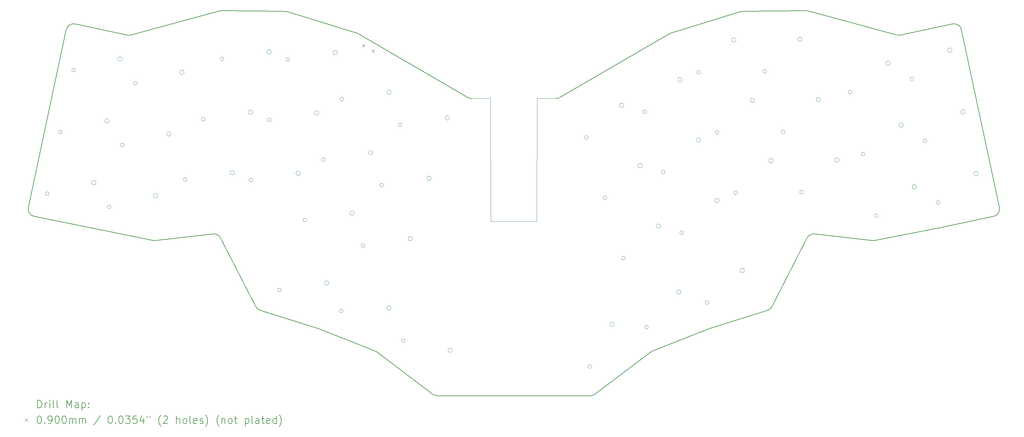
<source format=gbr>
%TF.GenerationSoftware,KiCad,Pcbnew,8.0.6*%
%TF.CreationDate,2025-07-21T23:15:57+02:00*%
%TF.ProjectId,main,6d61696e-2e6b-4696-9361-645f70636258,v1.0.0*%
%TF.SameCoordinates,Original*%
%TF.FileFunction,Drillmap*%
%TF.FilePolarity,Positive*%
%FSLAX45Y45*%
G04 Gerber Fmt 4.5, Leading zero omitted, Abs format (unit mm)*
G04 Created by KiCad (PCBNEW 8.0.6) date 2025-07-21 23:15:57*
%MOMM*%
%LPD*%
G01*
G04 APERTURE LIST*
%ADD10C,0.150000*%
%ADD11C,0.050000*%
%ADD12C,0.100000*%
%ADD13C,0.200000*%
G04 APERTURE END LIST*
D10*
X11744798Y-8059379D02*
G75*
G02*
X11801143Y-8068106I-2139J-200071D01*
G01*
X8202437Y-14228178D02*
X4998917Y-13578576D01*
X5861410Y-8549904D02*
G75*
G02*
X6098622Y-8395859I195634J-41592D01*
G01*
D11*
X17267500Y-10400000D02*
X17255001Y-10400000D01*
D10*
X20060484Y-18374656D02*
G75*
G02*
X19940121Y-18414929I-120380J159781D01*
G01*
X10029664Y-8041104D02*
X11744798Y-8059379D01*
X8265141Y-14230846D02*
G75*
G02*
X8202437Y-14228179I-22964J198583D01*
G01*
X22079789Y-8656118D02*
G75*
G02*
X22122040Y-8637643I100745J-172846D01*
G01*
X30943408Y-13342826D02*
G75*
G02*
X30789359Y-13580038I-195637J-41576D01*
G01*
X12603809Y-16590157D02*
G75*
G02*
X12616948Y-16594811I-60069J-190440D01*
G01*
X14156421Y-17201324D02*
G75*
G02*
X14203474Y-17227676I-73243J-185961D01*
G01*
X6098623Y-8395857D02*
X7518313Y-8697621D01*
X27582779Y-14228627D02*
G75*
G02*
X27521809Y-14230950I-38011J196395D01*
G01*
X29323921Y-13891527D02*
G75*
G02*
X29320351Y-13892252I-40693J191295D01*
G01*
D11*
X18510001Y-13710000D02*
X18512500Y-10405001D01*
D10*
X13664012Y-8637642D02*
G75*
G02*
X13706261Y-8656120I-58387J-191039D01*
G01*
X7612710Y-8694892D02*
X9974719Y-8048193D01*
X15845931Y-18414929D02*
G75*
G02*
X15725567Y-18374656I22J200068D01*
G01*
X30789359Y-13580038D02*
X29323921Y-13891527D01*
X14156421Y-17201324D02*
X12616948Y-16594811D01*
X7612710Y-8694892D02*
G75*
G02*
X7518313Y-8697619I-52812J192894D01*
G01*
X9808518Y-14052509D02*
X8265141Y-14230846D01*
X12603809Y-16590157D02*
X11073683Y-16107441D01*
X19128990Y-10376321D02*
G75*
G02*
X19028264Y-10403537I-100709J172721D01*
G01*
X25811332Y-8048192D02*
X28173341Y-8694891D01*
X24041252Y-8059380D02*
X25756388Y-8041105D01*
X25776561Y-14160020D02*
X24830211Y-16007874D01*
X4998917Y-13578576D02*
G75*
G02*
X4843034Y-13340984I39744J196010D01*
G01*
X28267737Y-8697621D02*
G75*
G02*
X28173342Y-8694890I-41583J195448D01*
G01*
X11073683Y-16107441D02*
G75*
G02*
X10955840Y-16007875I60168J190734D01*
G01*
X24830211Y-16007874D02*
G75*
G02*
X24712368Y-16107440I-178019J91176D01*
G01*
X21582578Y-17227677D02*
X20060484Y-18374656D01*
D11*
X16757788Y-10403536D02*
X17255001Y-10400000D01*
D10*
X4843036Y-13340985D02*
X5861410Y-8549904D01*
X24712369Y-16107442D02*
X23182242Y-16590157D01*
X16757788Y-10403536D02*
G75*
G02*
X16657061Y-10376323I-2J200018D01*
G01*
X29924641Y-8549904D02*
X30943408Y-13342826D01*
X11801143Y-8068107D02*
X13664012Y-8637642D01*
D11*
X17270000Y-13715000D02*
X17267500Y-10400000D01*
X17270000Y-13715000D02*
X18510001Y-13710000D01*
D10*
X10955840Y-16007875D02*
X10009489Y-14160020D01*
X23169103Y-16594812D02*
G75*
G02*
X23182241Y-16590157I72962J-185072D01*
G01*
X28267737Y-8697621D02*
X29687429Y-8395856D01*
D11*
X18512500Y-10405001D02*
X19028264Y-10403537D01*
D10*
X23169103Y-16594812D02*
X21629631Y-17201323D01*
X21582578Y-17227677D02*
G75*
G02*
X21629631Y-17201322I120244J-159501D01*
G01*
X22122040Y-8637643D02*
X23984907Y-8068107D01*
X13706262Y-8656119D02*
X16657062Y-10376321D01*
X29320351Y-13892252D02*
X27582779Y-14228627D01*
X27521809Y-14230950D02*
X25977534Y-14052508D01*
X15725567Y-18374656D02*
X14203473Y-17227677D01*
X9808518Y-14052509D02*
G75*
G02*
X10009486Y-14160022I22960J-198666D01*
G01*
X19128990Y-10376321D02*
X22079789Y-8656118D01*
X29687429Y-8395856D02*
G75*
G02*
X29924639Y-8549904I41579J-195632D01*
G01*
X25776561Y-14160020D02*
G75*
G02*
X25977533Y-14052511I178001J-91148D01*
G01*
X25756388Y-8041105D02*
G75*
G02*
X25811332Y-8048192I2124J-200055D01*
G01*
X9974719Y-8048193D02*
G75*
G02*
X10029664Y-8041104I52813J-192869D01*
G01*
X23984907Y-8068107D02*
G75*
G02*
X24041252Y-8059380I58460J-191185D01*
G01*
X19940121Y-18414929D02*
X15845931Y-18414929D01*
D12*
X25178581Y-11299944D02*
G75*
G02*
X25078582Y-11299944I-50000J0D01*
G01*
X25078582Y-11299944D02*
G75*
G02*
X25178581Y-11299944I50000J0D01*
G01*
X26137090Y-10434825D02*
G75*
G02*
X26017089Y-10434825I-60000J0D01*
G01*
X26017089Y-10434825D02*
G75*
G02*
X26137090Y-10434825I60000J0D01*
G01*
X11370060Y-10979672D02*
G75*
G02*
X11270061Y-10979672I-49999J0D01*
G01*
X11270061Y-10979672D02*
G75*
G02*
X11370060Y-10979672I49999J0D01*
G01*
X12650177Y-10792856D02*
G75*
G02*
X12530177Y-10792856I-60000J0D01*
G01*
X12530177Y-10792856D02*
G75*
G02*
X12650177Y-10792856I60000J0D01*
G01*
X11867092Y-9353955D02*
G75*
G02*
X11767093Y-9353955I-49999J0D01*
G01*
X11767093Y-9353955D02*
G75*
G02*
X11867092Y-9353955I49999J0D01*
G01*
X13147209Y-9167138D02*
G75*
G02*
X13027209Y-9167138I-60000J0D01*
G01*
X13027209Y-9167138D02*
G75*
G02*
X13147209Y-9167138I60000J0D01*
G01*
X12323322Y-13676205D02*
G75*
G02*
X12223323Y-13676205I-49999J0D01*
G01*
X12223323Y-13676205D02*
G75*
G02*
X12323322Y-13676205I49999J0D01*
G01*
X13603439Y-13489388D02*
G75*
G02*
X13483439Y-13489388I-60000J0D01*
G01*
X13483439Y-13489388D02*
G75*
G02*
X13603439Y-13489388I60000J0D01*
G01*
X22909645Y-9693107D02*
G75*
G02*
X22809646Y-9693107I-50000J0D01*
G01*
X22809646Y-9693107D02*
G75*
G02*
X22909645Y-9693107I50000J0D01*
G01*
X23868154Y-8827987D02*
G75*
G02*
X23748153Y-8827987I-60000J0D01*
G01*
X23748153Y-8827987D02*
G75*
G02*
X23868154Y-8827987I60000J0D01*
G01*
X7065074Y-13318979D02*
G75*
G02*
X6965073Y-13318979I-50000J0D01*
G01*
X6965073Y-13318979D02*
G75*
G02*
X7065074Y-13318979I50000J0D01*
G01*
X8324076Y-13022175D02*
G75*
G02*
X8204077Y-13022175I-60000J0D01*
G01*
X8204077Y-13022175D02*
G75*
G02*
X8324076Y-13022175I60000J0D01*
G01*
X10095189Y-9335076D02*
G75*
G02*
X9995190Y-9335076I-49999J0D01*
G01*
X9995190Y-9335076D02*
G75*
G02*
X10095189Y-9335076I49999J0D01*
G01*
X11375306Y-9148260D02*
G75*
G02*
X11255306Y-9148260I-60000J0D01*
G01*
X11255306Y-9148260D02*
G75*
G02*
X11375306Y-9148260I60000J0D01*
G01*
X22453415Y-14015358D02*
G75*
G02*
X22353416Y-14015358I-50000J0D01*
G01*
X22353416Y-14015358D02*
G75*
G02*
X22453415Y-14015358I50000J0D01*
G01*
X23411924Y-13150239D02*
G75*
G02*
X23291923Y-13150239I-60000J0D01*
G01*
X23291923Y-13150239D02*
G75*
G02*
X23411924Y-13150239I60000J0D01*
G01*
X21507780Y-16558283D02*
G75*
G02*
X21407779Y-16558283I-50001J0D01*
G01*
X21407779Y-16558283D02*
G75*
G02*
X21507780Y-16558283I50001J0D01*
G01*
X22387279Y-15613789D02*
G75*
G02*
X22267281Y-15613789I-59999J0D01*
G01*
X22267281Y-15613789D02*
G75*
G02*
X22387279Y-15613789I59999J0D01*
G01*
X14884631Y-11113063D02*
G75*
G02*
X14784632Y-11113063I-49999J0D01*
G01*
X14784632Y-11113063D02*
G75*
G02*
X14884631Y-11113063I49999J0D01*
G01*
X16164748Y-10926246D02*
G75*
G02*
X16044748Y-10926246I-60000J0D01*
G01*
X16044748Y-10926246D02*
G75*
G02*
X16164748Y-10926246I60000J0D01*
G01*
X7418526Y-11656129D02*
G75*
G02*
X7318525Y-11656129I-50000J0D01*
G01*
X7318525Y-11656129D02*
G75*
G02*
X7418526Y-11656129I50000J0D01*
G01*
X8677528Y-11359325D02*
G75*
G02*
X8557529Y-11359325I-60000J0D01*
G01*
X8557529Y-11359325D02*
G75*
G02*
X8677528Y-11359325I60000J0D01*
G01*
X21956383Y-12389640D02*
G75*
G02*
X21856384Y-12389640I-50000J0D01*
G01*
X21856384Y-12389640D02*
G75*
G02*
X21956383Y-12389640I50000J0D01*
G01*
X22914892Y-11524521D02*
G75*
G02*
X22794891Y-11524521I-60000J0D01*
G01*
X22794891Y-11524521D02*
G75*
G02*
X22914892Y-11524521I60000J0D01*
G01*
X14973392Y-16924981D02*
G75*
G02*
X14873393Y-16924981I-49999J0D01*
G01*
X14873393Y-16924981D02*
G75*
G02*
X14973392Y-16924981I49999J0D01*
G01*
X16240808Y-17183836D02*
G75*
G02*
X16120806Y-17183836I-60001J0D01*
G01*
X16120806Y-17183836D02*
G75*
G02*
X16240808Y-17183836I60001J0D01*
G01*
X5755672Y-11302678D02*
G75*
G02*
X5655671Y-11302678I-50000J0D01*
G01*
X5655671Y-11302678D02*
G75*
G02*
X5755672Y-11302678I50000J0D01*
G01*
X7014674Y-11005874D02*
G75*
G02*
X6894675Y-11005874I-60000J0D01*
G01*
X6894675Y-11005874D02*
G75*
G02*
X7014674Y-11005874I60000J0D01*
G01*
X9598156Y-10960793D02*
G75*
G02*
X9498158Y-10960793I-49999J0D01*
G01*
X9498158Y-10960793D02*
G75*
G02*
X9598156Y-10960793I49999J0D01*
G01*
X10878274Y-10773977D02*
G75*
G02*
X10758274Y-10773977I-60000J0D01*
G01*
X10758274Y-10773977D02*
G75*
G02*
X10878274Y-10773977I60000J0D01*
G01*
X19892108Y-11452214D02*
G75*
G02*
X19792109Y-11452214I-50000J0D01*
G01*
X19792109Y-11452214D02*
G75*
G02*
X19892108Y-11452214I50000J0D01*
G01*
X20850617Y-10587095D02*
G75*
G02*
X20730616Y-10587095I-60000J0D01*
G01*
X20730616Y-10587095D02*
G75*
G02*
X20850617Y-10587095I60000J0D01*
G01*
X23903710Y-12944542D02*
G75*
G02*
X23803710Y-12944542I-50000J0D01*
G01*
X23803710Y-12944542D02*
G75*
G02*
X23903710Y-12944542I50000J0D01*
G01*
X24862219Y-12079423D02*
G75*
G02*
X24742218Y-12079423I-60000J0D01*
G01*
X24742218Y-12079423D02*
G75*
G02*
X24862219Y-12079423I60000J0D01*
G01*
X20886171Y-14703652D02*
G75*
G02*
X20786171Y-14703652I-50000J0D01*
G01*
X20786171Y-14703652D02*
G75*
G02*
X20886171Y-14703652I50000J0D01*
G01*
X21844680Y-13838532D02*
G75*
G02*
X21724679Y-13838532I-60000J0D01*
G01*
X21724679Y-13838532D02*
G75*
G02*
X21844680Y-13838532I60000J0D01*
G01*
X23406678Y-11318824D02*
G75*
G02*
X23306678Y-11318824I-50000J0D01*
G01*
X23306678Y-11318824D02*
G75*
G02*
X23406678Y-11318824I50000J0D01*
G01*
X24365187Y-10453705D02*
G75*
G02*
X24245186Y-10453705I-60000J0D01*
G01*
X24245186Y-10453705D02*
G75*
G02*
X24365187Y-10453705I60000J0D01*
G01*
X28642276Y-9881006D02*
G75*
G02*
X28542277Y-9881006I-50000J0D01*
G01*
X28542277Y-9881006D02*
G75*
G02*
X28642276Y-9881006I50000J0D01*
G01*
X29672577Y-9101847D02*
G75*
G02*
X29552577Y-9101847I-60000J0D01*
G01*
X29552577Y-9101847D02*
G75*
G02*
X29672577Y-9101847I60000J0D01*
G01*
X27686324Y-13560156D02*
G75*
G02*
X27586325Y-13560156I-50000J0D01*
G01*
X27586325Y-13560156D02*
G75*
G02*
X27686324Y-13560156I50000J0D01*
G01*
X28716624Y-12780997D02*
G75*
G02*
X28596624Y-12780997I-60000J0D01*
G01*
X28596624Y-12780997D02*
G75*
G02*
X28716624Y-12780997I60000J0D01*
G01*
X11642949Y-15559577D02*
G75*
G02*
X11542950Y-15559577I-49999J0D01*
G01*
X11542950Y-15559577D02*
G75*
G02*
X11642949Y-15559577I49999J0D01*
G01*
X12923067Y-15372761D02*
G75*
G02*
X12803067Y-15372761I-60000J0D01*
G01*
X12803067Y-15372761D02*
G75*
G02*
X12923067Y-15372761I60000J0D01*
G01*
X21459351Y-10763922D02*
G75*
G02*
X21359352Y-10763922I-50000J0D01*
G01*
X21359352Y-10763922D02*
G75*
G02*
X21459351Y-10763922I50000J0D01*
G01*
X22417860Y-9898802D02*
G75*
G02*
X22297859Y-9898802I-60000J0D01*
G01*
X22297859Y-9898802D02*
G75*
G02*
X22417860Y-9898802I60000J0D01*
G01*
X28995725Y-11543856D02*
G75*
G02*
X28895726Y-11543856I-50000J0D01*
G01*
X28895726Y-11543856D02*
G75*
G02*
X28995725Y-11543856I50000J0D01*
G01*
X30026025Y-10764697D02*
G75*
G02*
X29906025Y-10764697I-60000J0D01*
G01*
X29906025Y-10764697D02*
G75*
G02*
X30026025Y-10764697I60000J0D01*
G01*
X13890566Y-14364499D02*
G75*
G02*
X13790568Y-14364499I-49999J0D01*
G01*
X13790568Y-14364499D02*
G75*
G02*
X13890566Y-14364499I49999J0D01*
G01*
X15170684Y-14177683D02*
G75*
G02*
X15050684Y-14177683I-60000J0D01*
G01*
X15050684Y-14177683D02*
G75*
G02*
X15170684Y-14177683I60000J0D01*
G01*
X12820355Y-12050489D02*
G75*
G02*
X12720357Y-12050489I-49999J0D01*
G01*
X12720357Y-12050489D02*
G75*
G02*
X12820355Y-12050489I49999J0D01*
G01*
X14100473Y-11863673D02*
G75*
G02*
X13980473Y-11863673I-60000J0D01*
G01*
X13980473Y-11863673D02*
G75*
G02*
X14100473Y-11863673I60000J0D01*
G01*
X9101124Y-12586513D02*
G75*
G02*
X9001125Y-12586513I-49999J0D01*
G01*
X9001125Y-12586513D02*
G75*
G02*
X9101124Y-12586513I49999J0D01*
G01*
X10381242Y-12399697D02*
G75*
G02*
X10261242Y-12399697I-60000J0D01*
G01*
X10261242Y-12399697D02*
G75*
G02*
X10381242Y-12399697I60000J0D01*
G01*
X23133788Y-15898729D02*
G75*
G02*
X23033789Y-15898729I-50000J0D01*
G01*
X23033789Y-15898729D02*
G75*
G02*
X23133788Y-15898729I50000J0D01*
G01*
X24092297Y-15033609D02*
G75*
G02*
X23972296Y-15033609I-60000J0D01*
G01*
X23972296Y-15033609D02*
G75*
G02*
X24092297Y-15033609I60000J0D01*
G01*
X27332875Y-11897306D02*
G75*
G02*
X27232876Y-11897306I-50000J0D01*
G01*
X27232876Y-11897306D02*
G75*
G02*
X27332875Y-11897306I50000J0D01*
G01*
X28363176Y-11118148D02*
G75*
G02*
X28243176Y-11118148I-60000J0D01*
G01*
X28243176Y-11118148D02*
G75*
G02*
X28363176Y-11118148I60000J0D01*
G01*
X6109123Y-9639828D02*
G75*
G02*
X6009122Y-9639828I-50000J0D01*
G01*
X6009122Y-9639828D02*
G75*
G02*
X6109123Y-9639828I50000J0D01*
G01*
X7368125Y-9343024D02*
G75*
G02*
X7248126Y-9343024I-60000J0D01*
G01*
X7248126Y-9343024D02*
G75*
G02*
X7368125Y-9343024I60000J0D01*
G01*
X7771975Y-9993277D02*
G75*
G02*
X7671974Y-9993277I-50000J0D01*
G01*
X7671974Y-9993277D02*
G75*
G02*
X7771975Y-9993277I50000J0D01*
G01*
X9030977Y-9696473D02*
G75*
G02*
X8910977Y-9696473I-60000J0D01*
G01*
X8910977Y-9696473D02*
G75*
G02*
X9030977Y-9696473I60000J0D01*
G01*
X13302738Y-16123740D02*
G75*
G02*
X13202738Y-16123740I-50000J0D01*
G01*
X13202738Y-16123740D02*
G75*
G02*
X13302738Y-16123740I50000J0D01*
G01*
X14594305Y-16048333D02*
G75*
G02*
X14474305Y-16048333I-60000J0D01*
G01*
X14474305Y-16048333D02*
G75*
G02*
X14594305Y-16048333I60000J0D01*
G01*
X20389139Y-13077932D02*
G75*
G02*
X20289139Y-13077932I-50000J0D01*
G01*
X20289139Y-13077932D02*
G75*
G02*
X20389139Y-13077932I50000J0D01*
G01*
X21347648Y-12212812D02*
G75*
G02*
X21227647Y-12212812I-60000J0D01*
G01*
X21227647Y-12212812D02*
G75*
G02*
X21347648Y-12212812I60000J0D01*
G01*
X25675612Y-12925665D02*
G75*
G02*
X25575613Y-12925665I-50000J0D01*
G01*
X25575613Y-12925665D02*
G75*
G02*
X25675612Y-12925665I50000J0D01*
G01*
X26634121Y-12060545D02*
G75*
G02*
X26514120Y-12060545I-60000J0D01*
G01*
X26514120Y-12060545D02*
G75*
G02*
X26634121Y-12060545I60000J0D01*
G01*
X14387599Y-12738781D02*
G75*
G02*
X14287600Y-12738781I-49999J0D01*
G01*
X14287600Y-12738781D02*
G75*
G02*
X14387599Y-12738781I49999J0D01*
G01*
X15667716Y-12551965D02*
G75*
G02*
X15547716Y-12551965I-60000J0D01*
G01*
X15547716Y-12551965D02*
G75*
G02*
X15667716Y-12551965I60000J0D01*
G01*
X29349175Y-13206706D02*
G75*
G02*
X29249176Y-13206706I-50000J0D01*
G01*
X29249176Y-13206706D02*
G75*
G02*
X29349175Y-13206706I50000J0D01*
G01*
X30379476Y-12427547D02*
G75*
G02*
X30259476Y-12427547I-60000J0D01*
G01*
X30259476Y-12427547D02*
G75*
G02*
X30379476Y-12427547I60000J0D01*
G01*
X13317388Y-10424771D02*
G75*
G02*
X13217389Y-10424771I-49999J0D01*
G01*
X13217389Y-10424771D02*
G75*
G02*
X13317388Y-10424771I49999J0D01*
G01*
X14597505Y-10237955D02*
G75*
G02*
X14477505Y-10237955I-60000J0D01*
G01*
X14477505Y-10237955D02*
G75*
G02*
X14597505Y-10237955I60000J0D01*
G01*
X24681549Y-9674227D02*
G75*
G02*
X24581550Y-9674227I-50000J0D01*
G01*
X24581550Y-9674227D02*
G75*
G02*
X24681549Y-9674227I50000J0D01*
G01*
X25640058Y-8809108D02*
G75*
G02*
X25520057Y-8809108I-60000J0D01*
G01*
X25520057Y-8809108D02*
G75*
G02*
X25640058Y-8809108I60000J0D01*
G01*
X10873027Y-12605392D02*
G75*
G02*
X10773029Y-12605392I-49999J0D01*
G01*
X10773029Y-12605392D02*
G75*
G02*
X10873027Y-12605392I49999J0D01*
G01*
X12153145Y-12418576D02*
G75*
G02*
X12033145Y-12418576I-60000J0D01*
G01*
X12033145Y-12418576D02*
G75*
G02*
X12153145Y-12418576I60000J0D01*
G01*
X19986241Y-17623086D02*
G75*
G02*
X19886242Y-17623086I-50000J0D01*
G01*
X19886242Y-17623086D02*
G75*
G02*
X19986241Y-17623086I50000J0D01*
G01*
X20591661Y-16485732D02*
G75*
G02*
X20471659Y-16485732I-60001J0D01*
G01*
X20471659Y-16485732D02*
G75*
G02*
X20591661Y-16485732I60001J0D01*
G01*
X26979426Y-10234455D02*
G75*
G02*
X26879427Y-10234455I-50000J0D01*
G01*
X26879427Y-10234455D02*
G75*
G02*
X26979426Y-10234455I50000J0D01*
G01*
X28009726Y-9455296D02*
G75*
G02*
X27889726Y-9455296I-60000J0D01*
G01*
X27889726Y-9455296D02*
G75*
G02*
X28009726Y-9455296I60000J0D01*
G01*
X5402224Y-12965529D02*
G75*
G02*
X5302223Y-12965529I-50000J0D01*
G01*
X5302223Y-12965529D02*
G75*
G02*
X5402224Y-12965529I50000J0D01*
G01*
X6661226Y-12668725D02*
G75*
G02*
X6541226Y-12668725I-60000J0D01*
G01*
X6541226Y-12668725D02*
G75*
G02*
X6661226Y-12668725I60000J0D01*
G01*
D13*
D12*
X13807693Y-8932500D02*
X13897693Y-9022500D01*
X13897693Y-8932500D02*
X13807693Y-9022500D01*
X14067499Y-9082499D02*
X14157499Y-9172499D01*
X14157499Y-9082499D02*
X14067499Y-9172499D01*
D13*
X5091940Y-18733913D02*
X5091940Y-18533913D01*
X5091940Y-18533913D02*
X5139559Y-18533913D01*
X5139559Y-18533913D02*
X5168130Y-18543437D01*
X5168130Y-18543437D02*
X5187178Y-18562485D01*
X5187178Y-18562485D02*
X5196702Y-18581532D01*
X5196702Y-18581532D02*
X5206226Y-18619627D01*
X5206226Y-18619627D02*
X5206226Y-18648199D01*
X5206226Y-18648199D02*
X5196702Y-18686294D01*
X5196702Y-18686294D02*
X5187178Y-18705342D01*
X5187178Y-18705342D02*
X5168130Y-18724389D01*
X5168130Y-18724389D02*
X5139559Y-18733913D01*
X5139559Y-18733913D02*
X5091940Y-18733913D01*
X5291940Y-18733913D02*
X5291940Y-18600580D01*
X5291940Y-18638675D02*
X5301464Y-18619627D01*
X5301464Y-18619627D02*
X5310987Y-18610104D01*
X5310987Y-18610104D02*
X5330035Y-18600580D01*
X5330035Y-18600580D02*
X5349083Y-18600580D01*
X5415749Y-18733913D02*
X5415749Y-18600580D01*
X5415749Y-18533913D02*
X5406226Y-18543437D01*
X5406226Y-18543437D02*
X5415749Y-18552961D01*
X5415749Y-18552961D02*
X5425273Y-18543437D01*
X5425273Y-18543437D02*
X5415749Y-18533913D01*
X5415749Y-18533913D02*
X5415749Y-18552961D01*
X5539559Y-18733913D02*
X5520511Y-18724389D01*
X5520511Y-18724389D02*
X5510987Y-18705342D01*
X5510987Y-18705342D02*
X5510987Y-18533913D01*
X5644321Y-18733913D02*
X5625273Y-18724389D01*
X5625273Y-18724389D02*
X5615749Y-18705342D01*
X5615749Y-18705342D02*
X5615749Y-18533913D01*
X5872892Y-18733913D02*
X5872892Y-18533913D01*
X5872892Y-18533913D02*
X5939559Y-18676770D01*
X5939559Y-18676770D02*
X6006225Y-18533913D01*
X6006225Y-18533913D02*
X6006225Y-18733913D01*
X6187178Y-18733913D02*
X6187178Y-18629151D01*
X6187178Y-18629151D02*
X6177654Y-18610104D01*
X6177654Y-18610104D02*
X6158606Y-18600580D01*
X6158606Y-18600580D02*
X6120511Y-18600580D01*
X6120511Y-18600580D02*
X6101464Y-18610104D01*
X6187178Y-18724389D02*
X6168130Y-18733913D01*
X6168130Y-18733913D02*
X6120511Y-18733913D01*
X6120511Y-18733913D02*
X6101464Y-18724389D01*
X6101464Y-18724389D02*
X6091940Y-18705342D01*
X6091940Y-18705342D02*
X6091940Y-18686294D01*
X6091940Y-18686294D02*
X6101464Y-18667247D01*
X6101464Y-18667247D02*
X6120511Y-18657723D01*
X6120511Y-18657723D02*
X6168130Y-18657723D01*
X6168130Y-18657723D02*
X6187178Y-18648199D01*
X6282416Y-18600580D02*
X6282416Y-18800580D01*
X6282416Y-18610104D02*
X6301464Y-18600580D01*
X6301464Y-18600580D02*
X6339559Y-18600580D01*
X6339559Y-18600580D02*
X6358606Y-18610104D01*
X6358606Y-18610104D02*
X6368130Y-18619627D01*
X6368130Y-18619627D02*
X6377654Y-18638675D01*
X6377654Y-18638675D02*
X6377654Y-18695818D01*
X6377654Y-18695818D02*
X6368130Y-18714866D01*
X6368130Y-18714866D02*
X6358606Y-18724389D01*
X6358606Y-18724389D02*
X6339559Y-18733913D01*
X6339559Y-18733913D02*
X6301464Y-18733913D01*
X6301464Y-18733913D02*
X6282416Y-18724389D01*
X6463368Y-18714866D02*
X6472892Y-18724389D01*
X6472892Y-18724389D02*
X6463368Y-18733913D01*
X6463368Y-18733913D02*
X6453845Y-18724389D01*
X6453845Y-18724389D02*
X6463368Y-18714866D01*
X6463368Y-18714866D02*
X6463368Y-18733913D01*
X6463368Y-18610104D02*
X6472892Y-18619627D01*
X6472892Y-18619627D02*
X6463368Y-18629151D01*
X6463368Y-18629151D02*
X6453845Y-18619627D01*
X6453845Y-18619627D02*
X6463368Y-18610104D01*
X6463368Y-18610104D02*
X6463368Y-18629151D01*
D12*
X4741163Y-19017429D02*
X4831163Y-19107429D01*
X4831163Y-19017429D02*
X4741163Y-19107429D01*
D13*
X5130035Y-18953913D02*
X5149083Y-18953913D01*
X5149083Y-18953913D02*
X5168130Y-18963437D01*
X5168130Y-18963437D02*
X5177654Y-18972961D01*
X5177654Y-18972961D02*
X5187178Y-18992008D01*
X5187178Y-18992008D02*
X5196702Y-19030104D01*
X5196702Y-19030104D02*
X5196702Y-19077723D01*
X5196702Y-19077723D02*
X5187178Y-19115818D01*
X5187178Y-19115818D02*
X5177654Y-19134866D01*
X5177654Y-19134866D02*
X5168130Y-19144389D01*
X5168130Y-19144389D02*
X5149083Y-19153913D01*
X5149083Y-19153913D02*
X5130035Y-19153913D01*
X5130035Y-19153913D02*
X5110987Y-19144389D01*
X5110987Y-19144389D02*
X5101464Y-19134866D01*
X5101464Y-19134866D02*
X5091940Y-19115818D01*
X5091940Y-19115818D02*
X5082416Y-19077723D01*
X5082416Y-19077723D02*
X5082416Y-19030104D01*
X5082416Y-19030104D02*
X5091940Y-18992008D01*
X5091940Y-18992008D02*
X5101464Y-18972961D01*
X5101464Y-18972961D02*
X5110987Y-18963437D01*
X5110987Y-18963437D02*
X5130035Y-18953913D01*
X5282416Y-19134866D02*
X5291940Y-19144389D01*
X5291940Y-19144389D02*
X5282416Y-19153913D01*
X5282416Y-19153913D02*
X5272892Y-19144389D01*
X5272892Y-19144389D02*
X5282416Y-19134866D01*
X5282416Y-19134866D02*
X5282416Y-19153913D01*
X5387178Y-19153913D02*
X5425273Y-19153913D01*
X5425273Y-19153913D02*
X5444321Y-19144389D01*
X5444321Y-19144389D02*
X5453845Y-19134866D01*
X5453845Y-19134866D02*
X5472892Y-19106294D01*
X5472892Y-19106294D02*
X5482416Y-19068199D01*
X5482416Y-19068199D02*
X5482416Y-18992008D01*
X5482416Y-18992008D02*
X5472892Y-18972961D01*
X5472892Y-18972961D02*
X5463368Y-18963437D01*
X5463368Y-18963437D02*
X5444321Y-18953913D01*
X5444321Y-18953913D02*
X5406226Y-18953913D01*
X5406226Y-18953913D02*
X5387178Y-18963437D01*
X5387178Y-18963437D02*
X5377654Y-18972961D01*
X5377654Y-18972961D02*
X5368130Y-18992008D01*
X5368130Y-18992008D02*
X5368130Y-19039627D01*
X5368130Y-19039627D02*
X5377654Y-19058675D01*
X5377654Y-19058675D02*
X5387178Y-19068199D01*
X5387178Y-19068199D02*
X5406226Y-19077723D01*
X5406226Y-19077723D02*
X5444321Y-19077723D01*
X5444321Y-19077723D02*
X5463368Y-19068199D01*
X5463368Y-19068199D02*
X5472892Y-19058675D01*
X5472892Y-19058675D02*
X5482416Y-19039627D01*
X5606225Y-18953913D02*
X5625273Y-18953913D01*
X5625273Y-18953913D02*
X5644321Y-18963437D01*
X5644321Y-18963437D02*
X5653845Y-18972961D01*
X5653845Y-18972961D02*
X5663368Y-18992008D01*
X5663368Y-18992008D02*
X5672892Y-19030104D01*
X5672892Y-19030104D02*
X5672892Y-19077723D01*
X5672892Y-19077723D02*
X5663368Y-19115818D01*
X5663368Y-19115818D02*
X5653845Y-19134866D01*
X5653845Y-19134866D02*
X5644321Y-19144389D01*
X5644321Y-19144389D02*
X5625273Y-19153913D01*
X5625273Y-19153913D02*
X5606225Y-19153913D01*
X5606225Y-19153913D02*
X5587178Y-19144389D01*
X5587178Y-19144389D02*
X5577654Y-19134866D01*
X5577654Y-19134866D02*
X5568130Y-19115818D01*
X5568130Y-19115818D02*
X5558607Y-19077723D01*
X5558607Y-19077723D02*
X5558607Y-19030104D01*
X5558607Y-19030104D02*
X5568130Y-18992008D01*
X5568130Y-18992008D02*
X5577654Y-18972961D01*
X5577654Y-18972961D02*
X5587178Y-18963437D01*
X5587178Y-18963437D02*
X5606225Y-18953913D01*
X5796702Y-18953913D02*
X5815749Y-18953913D01*
X5815749Y-18953913D02*
X5834797Y-18963437D01*
X5834797Y-18963437D02*
X5844321Y-18972961D01*
X5844321Y-18972961D02*
X5853845Y-18992008D01*
X5853845Y-18992008D02*
X5863368Y-19030104D01*
X5863368Y-19030104D02*
X5863368Y-19077723D01*
X5863368Y-19077723D02*
X5853845Y-19115818D01*
X5853845Y-19115818D02*
X5844321Y-19134866D01*
X5844321Y-19134866D02*
X5834797Y-19144389D01*
X5834797Y-19144389D02*
X5815749Y-19153913D01*
X5815749Y-19153913D02*
X5796702Y-19153913D01*
X5796702Y-19153913D02*
X5777654Y-19144389D01*
X5777654Y-19144389D02*
X5768130Y-19134866D01*
X5768130Y-19134866D02*
X5758606Y-19115818D01*
X5758606Y-19115818D02*
X5749083Y-19077723D01*
X5749083Y-19077723D02*
X5749083Y-19030104D01*
X5749083Y-19030104D02*
X5758606Y-18992008D01*
X5758606Y-18992008D02*
X5768130Y-18972961D01*
X5768130Y-18972961D02*
X5777654Y-18963437D01*
X5777654Y-18963437D02*
X5796702Y-18953913D01*
X5949083Y-19153913D02*
X5949083Y-19020580D01*
X5949083Y-19039627D02*
X5958606Y-19030104D01*
X5958606Y-19030104D02*
X5977654Y-19020580D01*
X5977654Y-19020580D02*
X6006226Y-19020580D01*
X6006226Y-19020580D02*
X6025273Y-19030104D01*
X6025273Y-19030104D02*
X6034797Y-19049151D01*
X6034797Y-19049151D02*
X6034797Y-19153913D01*
X6034797Y-19049151D02*
X6044321Y-19030104D01*
X6044321Y-19030104D02*
X6063368Y-19020580D01*
X6063368Y-19020580D02*
X6091940Y-19020580D01*
X6091940Y-19020580D02*
X6110987Y-19030104D01*
X6110987Y-19030104D02*
X6120511Y-19049151D01*
X6120511Y-19049151D02*
X6120511Y-19153913D01*
X6215749Y-19153913D02*
X6215749Y-19020580D01*
X6215749Y-19039627D02*
X6225273Y-19030104D01*
X6225273Y-19030104D02*
X6244321Y-19020580D01*
X6244321Y-19020580D02*
X6272892Y-19020580D01*
X6272892Y-19020580D02*
X6291940Y-19030104D01*
X6291940Y-19030104D02*
X6301464Y-19049151D01*
X6301464Y-19049151D02*
X6301464Y-19153913D01*
X6301464Y-19049151D02*
X6310987Y-19030104D01*
X6310987Y-19030104D02*
X6330035Y-19020580D01*
X6330035Y-19020580D02*
X6358606Y-19020580D01*
X6358606Y-19020580D02*
X6377654Y-19030104D01*
X6377654Y-19030104D02*
X6387178Y-19049151D01*
X6387178Y-19049151D02*
X6387178Y-19153913D01*
X6777654Y-18944389D02*
X6606226Y-19201532D01*
X7034797Y-18953913D02*
X7053845Y-18953913D01*
X7053845Y-18953913D02*
X7072892Y-18963437D01*
X7072892Y-18963437D02*
X7082416Y-18972961D01*
X7082416Y-18972961D02*
X7091940Y-18992008D01*
X7091940Y-18992008D02*
X7101464Y-19030104D01*
X7101464Y-19030104D02*
X7101464Y-19077723D01*
X7101464Y-19077723D02*
X7091940Y-19115818D01*
X7091940Y-19115818D02*
X7082416Y-19134866D01*
X7082416Y-19134866D02*
X7072892Y-19144389D01*
X7072892Y-19144389D02*
X7053845Y-19153913D01*
X7053845Y-19153913D02*
X7034797Y-19153913D01*
X7034797Y-19153913D02*
X7015749Y-19144389D01*
X7015749Y-19144389D02*
X7006226Y-19134866D01*
X7006226Y-19134866D02*
X6996702Y-19115818D01*
X6996702Y-19115818D02*
X6987178Y-19077723D01*
X6987178Y-19077723D02*
X6987178Y-19030104D01*
X6987178Y-19030104D02*
X6996702Y-18992008D01*
X6996702Y-18992008D02*
X7006226Y-18972961D01*
X7006226Y-18972961D02*
X7015749Y-18963437D01*
X7015749Y-18963437D02*
X7034797Y-18953913D01*
X7187178Y-19134866D02*
X7196702Y-19144389D01*
X7196702Y-19144389D02*
X7187178Y-19153913D01*
X7187178Y-19153913D02*
X7177654Y-19144389D01*
X7177654Y-19144389D02*
X7187178Y-19134866D01*
X7187178Y-19134866D02*
X7187178Y-19153913D01*
X7320511Y-18953913D02*
X7339559Y-18953913D01*
X7339559Y-18953913D02*
X7358607Y-18963437D01*
X7358607Y-18963437D02*
X7368130Y-18972961D01*
X7368130Y-18972961D02*
X7377654Y-18992008D01*
X7377654Y-18992008D02*
X7387178Y-19030104D01*
X7387178Y-19030104D02*
X7387178Y-19077723D01*
X7387178Y-19077723D02*
X7377654Y-19115818D01*
X7377654Y-19115818D02*
X7368130Y-19134866D01*
X7368130Y-19134866D02*
X7358607Y-19144389D01*
X7358607Y-19144389D02*
X7339559Y-19153913D01*
X7339559Y-19153913D02*
X7320511Y-19153913D01*
X7320511Y-19153913D02*
X7301464Y-19144389D01*
X7301464Y-19144389D02*
X7291940Y-19134866D01*
X7291940Y-19134866D02*
X7282416Y-19115818D01*
X7282416Y-19115818D02*
X7272892Y-19077723D01*
X7272892Y-19077723D02*
X7272892Y-19030104D01*
X7272892Y-19030104D02*
X7282416Y-18992008D01*
X7282416Y-18992008D02*
X7291940Y-18972961D01*
X7291940Y-18972961D02*
X7301464Y-18963437D01*
X7301464Y-18963437D02*
X7320511Y-18953913D01*
X7453845Y-18953913D02*
X7577654Y-18953913D01*
X7577654Y-18953913D02*
X7510988Y-19030104D01*
X7510988Y-19030104D02*
X7539559Y-19030104D01*
X7539559Y-19030104D02*
X7558607Y-19039627D01*
X7558607Y-19039627D02*
X7568130Y-19049151D01*
X7568130Y-19049151D02*
X7577654Y-19068199D01*
X7577654Y-19068199D02*
X7577654Y-19115818D01*
X7577654Y-19115818D02*
X7568130Y-19134866D01*
X7568130Y-19134866D02*
X7558607Y-19144389D01*
X7558607Y-19144389D02*
X7539559Y-19153913D01*
X7539559Y-19153913D02*
X7482416Y-19153913D01*
X7482416Y-19153913D02*
X7463369Y-19144389D01*
X7463369Y-19144389D02*
X7453845Y-19134866D01*
X7758607Y-18953913D02*
X7663369Y-18953913D01*
X7663369Y-18953913D02*
X7653845Y-19049151D01*
X7653845Y-19049151D02*
X7663369Y-19039627D01*
X7663369Y-19039627D02*
X7682416Y-19030104D01*
X7682416Y-19030104D02*
X7730035Y-19030104D01*
X7730035Y-19030104D02*
X7749083Y-19039627D01*
X7749083Y-19039627D02*
X7758607Y-19049151D01*
X7758607Y-19049151D02*
X7768130Y-19068199D01*
X7768130Y-19068199D02*
X7768130Y-19115818D01*
X7768130Y-19115818D02*
X7758607Y-19134866D01*
X7758607Y-19134866D02*
X7749083Y-19144389D01*
X7749083Y-19144389D02*
X7730035Y-19153913D01*
X7730035Y-19153913D02*
X7682416Y-19153913D01*
X7682416Y-19153913D02*
X7663369Y-19144389D01*
X7663369Y-19144389D02*
X7653845Y-19134866D01*
X7939559Y-19020580D02*
X7939559Y-19153913D01*
X7891940Y-18944389D02*
X7844321Y-19087247D01*
X7844321Y-19087247D02*
X7968130Y-19087247D01*
X8034797Y-18953913D02*
X8034797Y-18992008D01*
X8110988Y-18953913D02*
X8110988Y-18992008D01*
X8406226Y-19230104D02*
X8396702Y-19220580D01*
X8396702Y-19220580D02*
X8377654Y-19192008D01*
X8377654Y-19192008D02*
X8368131Y-19172961D01*
X8368131Y-19172961D02*
X8358607Y-19144389D01*
X8358607Y-19144389D02*
X8349083Y-19096770D01*
X8349083Y-19096770D02*
X8349083Y-19058675D01*
X8349083Y-19058675D02*
X8358607Y-19011056D01*
X8358607Y-19011056D02*
X8368131Y-18982485D01*
X8368131Y-18982485D02*
X8377654Y-18963437D01*
X8377654Y-18963437D02*
X8396702Y-18934866D01*
X8396702Y-18934866D02*
X8406226Y-18925342D01*
X8472893Y-18972961D02*
X8482416Y-18963437D01*
X8482416Y-18963437D02*
X8501464Y-18953913D01*
X8501464Y-18953913D02*
X8549083Y-18953913D01*
X8549083Y-18953913D02*
X8568131Y-18963437D01*
X8568131Y-18963437D02*
X8577654Y-18972961D01*
X8577654Y-18972961D02*
X8587178Y-18992008D01*
X8587178Y-18992008D02*
X8587178Y-19011056D01*
X8587178Y-19011056D02*
X8577654Y-19039627D01*
X8577654Y-19039627D02*
X8463369Y-19153913D01*
X8463369Y-19153913D02*
X8587178Y-19153913D01*
X8825274Y-19153913D02*
X8825274Y-18953913D01*
X8910988Y-19153913D02*
X8910988Y-19049151D01*
X8910988Y-19049151D02*
X8901464Y-19030104D01*
X8901464Y-19030104D02*
X8882416Y-19020580D01*
X8882416Y-19020580D02*
X8853845Y-19020580D01*
X8853845Y-19020580D02*
X8834797Y-19030104D01*
X8834797Y-19030104D02*
X8825274Y-19039627D01*
X9034797Y-19153913D02*
X9015750Y-19144389D01*
X9015750Y-19144389D02*
X9006226Y-19134866D01*
X9006226Y-19134866D02*
X8996702Y-19115818D01*
X8996702Y-19115818D02*
X8996702Y-19058675D01*
X8996702Y-19058675D02*
X9006226Y-19039627D01*
X9006226Y-19039627D02*
X9015750Y-19030104D01*
X9015750Y-19030104D02*
X9034797Y-19020580D01*
X9034797Y-19020580D02*
X9063369Y-19020580D01*
X9063369Y-19020580D02*
X9082416Y-19030104D01*
X9082416Y-19030104D02*
X9091940Y-19039627D01*
X9091940Y-19039627D02*
X9101464Y-19058675D01*
X9101464Y-19058675D02*
X9101464Y-19115818D01*
X9101464Y-19115818D02*
X9091940Y-19134866D01*
X9091940Y-19134866D02*
X9082416Y-19144389D01*
X9082416Y-19144389D02*
X9063369Y-19153913D01*
X9063369Y-19153913D02*
X9034797Y-19153913D01*
X9215750Y-19153913D02*
X9196702Y-19144389D01*
X9196702Y-19144389D02*
X9187178Y-19125342D01*
X9187178Y-19125342D02*
X9187178Y-18953913D01*
X9368131Y-19144389D02*
X9349083Y-19153913D01*
X9349083Y-19153913D02*
X9310988Y-19153913D01*
X9310988Y-19153913D02*
X9291940Y-19144389D01*
X9291940Y-19144389D02*
X9282416Y-19125342D01*
X9282416Y-19125342D02*
X9282416Y-19049151D01*
X9282416Y-19049151D02*
X9291940Y-19030104D01*
X9291940Y-19030104D02*
X9310988Y-19020580D01*
X9310988Y-19020580D02*
X9349083Y-19020580D01*
X9349083Y-19020580D02*
X9368131Y-19030104D01*
X9368131Y-19030104D02*
X9377655Y-19049151D01*
X9377655Y-19049151D02*
X9377655Y-19068199D01*
X9377655Y-19068199D02*
X9282416Y-19087247D01*
X9453845Y-19144389D02*
X9472893Y-19153913D01*
X9472893Y-19153913D02*
X9510988Y-19153913D01*
X9510988Y-19153913D02*
X9530036Y-19144389D01*
X9530036Y-19144389D02*
X9539559Y-19125342D01*
X9539559Y-19125342D02*
X9539559Y-19115818D01*
X9539559Y-19115818D02*
X9530036Y-19096770D01*
X9530036Y-19096770D02*
X9510988Y-19087247D01*
X9510988Y-19087247D02*
X9482416Y-19087247D01*
X9482416Y-19087247D02*
X9463369Y-19077723D01*
X9463369Y-19077723D02*
X9453845Y-19058675D01*
X9453845Y-19058675D02*
X9453845Y-19049151D01*
X9453845Y-19049151D02*
X9463369Y-19030104D01*
X9463369Y-19030104D02*
X9482416Y-19020580D01*
X9482416Y-19020580D02*
X9510988Y-19020580D01*
X9510988Y-19020580D02*
X9530036Y-19030104D01*
X9606226Y-19230104D02*
X9615750Y-19220580D01*
X9615750Y-19220580D02*
X9634797Y-19192008D01*
X9634797Y-19192008D02*
X9644321Y-19172961D01*
X9644321Y-19172961D02*
X9653845Y-19144389D01*
X9653845Y-19144389D02*
X9663369Y-19096770D01*
X9663369Y-19096770D02*
X9663369Y-19058675D01*
X9663369Y-19058675D02*
X9653845Y-19011056D01*
X9653845Y-19011056D02*
X9644321Y-18982485D01*
X9644321Y-18982485D02*
X9634797Y-18963437D01*
X9634797Y-18963437D02*
X9615750Y-18934866D01*
X9615750Y-18934866D02*
X9606226Y-18925342D01*
X9968131Y-19230104D02*
X9958607Y-19220580D01*
X9958607Y-19220580D02*
X9939559Y-19192008D01*
X9939559Y-19192008D02*
X9930036Y-19172961D01*
X9930036Y-19172961D02*
X9920512Y-19144389D01*
X9920512Y-19144389D02*
X9910988Y-19096770D01*
X9910988Y-19096770D02*
X9910988Y-19058675D01*
X9910988Y-19058675D02*
X9920512Y-19011056D01*
X9920512Y-19011056D02*
X9930036Y-18982485D01*
X9930036Y-18982485D02*
X9939559Y-18963437D01*
X9939559Y-18963437D02*
X9958607Y-18934866D01*
X9958607Y-18934866D02*
X9968131Y-18925342D01*
X10044321Y-19020580D02*
X10044321Y-19153913D01*
X10044321Y-19039627D02*
X10053845Y-19030104D01*
X10053845Y-19030104D02*
X10072893Y-19020580D01*
X10072893Y-19020580D02*
X10101464Y-19020580D01*
X10101464Y-19020580D02*
X10120512Y-19030104D01*
X10120512Y-19030104D02*
X10130036Y-19049151D01*
X10130036Y-19049151D02*
X10130036Y-19153913D01*
X10253845Y-19153913D02*
X10234797Y-19144389D01*
X10234797Y-19144389D02*
X10225274Y-19134866D01*
X10225274Y-19134866D02*
X10215750Y-19115818D01*
X10215750Y-19115818D02*
X10215750Y-19058675D01*
X10215750Y-19058675D02*
X10225274Y-19039627D01*
X10225274Y-19039627D02*
X10234797Y-19030104D01*
X10234797Y-19030104D02*
X10253845Y-19020580D01*
X10253845Y-19020580D02*
X10282417Y-19020580D01*
X10282417Y-19020580D02*
X10301464Y-19030104D01*
X10301464Y-19030104D02*
X10310988Y-19039627D01*
X10310988Y-19039627D02*
X10320512Y-19058675D01*
X10320512Y-19058675D02*
X10320512Y-19115818D01*
X10320512Y-19115818D02*
X10310988Y-19134866D01*
X10310988Y-19134866D02*
X10301464Y-19144389D01*
X10301464Y-19144389D02*
X10282417Y-19153913D01*
X10282417Y-19153913D02*
X10253845Y-19153913D01*
X10377655Y-19020580D02*
X10453845Y-19020580D01*
X10406226Y-18953913D02*
X10406226Y-19125342D01*
X10406226Y-19125342D02*
X10415750Y-19144389D01*
X10415750Y-19144389D02*
X10434797Y-19153913D01*
X10434797Y-19153913D02*
X10453845Y-19153913D01*
X10672893Y-19020580D02*
X10672893Y-19220580D01*
X10672893Y-19030104D02*
X10691940Y-19020580D01*
X10691940Y-19020580D02*
X10730036Y-19020580D01*
X10730036Y-19020580D02*
X10749083Y-19030104D01*
X10749083Y-19030104D02*
X10758607Y-19039627D01*
X10758607Y-19039627D02*
X10768131Y-19058675D01*
X10768131Y-19058675D02*
X10768131Y-19115818D01*
X10768131Y-19115818D02*
X10758607Y-19134866D01*
X10758607Y-19134866D02*
X10749083Y-19144389D01*
X10749083Y-19144389D02*
X10730036Y-19153913D01*
X10730036Y-19153913D02*
X10691940Y-19153913D01*
X10691940Y-19153913D02*
X10672893Y-19144389D01*
X10882417Y-19153913D02*
X10863369Y-19144389D01*
X10863369Y-19144389D02*
X10853845Y-19125342D01*
X10853845Y-19125342D02*
X10853845Y-18953913D01*
X11044321Y-19153913D02*
X11044321Y-19049151D01*
X11044321Y-19049151D02*
X11034798Y-19030104D01*
X11034798Y-19030104D02*
X11015750Y-19020580D01*
X11015750Y-19020580D02*
X10977655Y-19020580D01*
X10977655Y-19020580D02*
X10958607Y-19030104D01*
X11044321Y-19144389D02*
X11025274Y-19153913D01*
X11025274Y-19153913D02*
X10977655Y-19153913D01*
X10977655Y-19153913D02*
X10958607Y-19144389D01*
X10958607Y-19144389D02*
X10949083Y-19125342D01*
X10949083Y-19125342D02*
X10949083Y-19106294D01*
X10949083Y-19106294D02*
X10958607Y-19087247D01*
X10958607Y-19087247D02*
X10977655Y-19077723D01*
X10977655Y-19077723D02*
X11025274Y-19077723D01*
X11025274Y-19077723D02*
X11044321Y-19068199D01*
X11110988Y-19020580D02*
X11187178Y-19020580D01*
X11139559Y-18953913D02*
X11139559Y-19125342D01*
X11139559Y-19125342D02*
X11149083Y-19144389D01*
X11149083Y-19144389D02*
X11168131Y-19153913D01*
X11168131Y-19153913D02*
X11187178Y-19153913D01*
X11330036Y-19144389D02*
X11310988Y-19153913D01*
X11310988Y-19153913D02*
X11272893Y-19153913D01*
X11272893Y-19153913D02*
X11253845Y-19144389D01*
X11253845Y-19144389D02*
X11244321Y-19125342D01*
X11244321Y-19125342D02*
X11244321Y-19049151D01*
X11244321Y-19049151D02*
X11253845Y-19030104D01*
X11253845Y-19030104D02*
X11272893Y-19020580D01*
X11272893Y-19020580D02*
X11310988Y-19020580D01*
X11310988Y-19020580D02*
X11330036Y-19030104D01*
X11330036Y-19030104D02*
X11339559Y-19049151D01*
X11339559Y-19049151D02*
X11339559Y-19068199D01*
X11339559Y-19068199D02*
X11244321Y-19087247D01*
X11510988Y-19153913D02*
X11510988Y-18953913D01*
X11510988Y-19144389D02*
X11491940Y-19153913D01*
X11491940Y-19153913D02*
X11453845Y-19153913D01*
X11453845Y-19153913D02*
X11434797Y-19144389D01*
X11434797Y-19144389D02*
X11425274Y-19134866D01*
X11425274Y-19134866D02*
X11415750Y-19115818D01*
X11415750Y-19115818D02*
X11415750Y-19058675D01*
X11415750Y-19058675D02*
X11425274Y-19039627D01*
X11425274Y-19039627D02*
X11434797Y-19030104D01*
X11434797Y-19030104D02*
X11453845Y-19020580D01*
X11453845Y-19020580D02*
X11491940Y-19020580D01*
X11491940Y-19020580D02*
X11510988Y-19030104D01*
X11587178Y-19230104D02*
X11596702Y-19220580D01*
X11596702Y-19220580D02*
X11615750Y-19192008D01*
X11615750Y-19192008D02*
X11625274Y-19172961D01*
X11625274Y-19172961D02*
X11634797Y-19144389D01*
X11634797Y-19144389D02*
X11644321Y-19096770D01*
X11644321Y-19096770D02*
X11644321Y-19058675D01*
X11644321Y-19058675D02*
X11634797Y-19011056D01*
X11634797Y-19011056D02*
X11625274Y-18982485D01*
X11625274Y-18982485D02*
X11615750Y-18963437D01*
X11615750Y-18963437D02*
X11596702Y-18934866D01*
X11596702Y-18934866D02*
X11587178Y-18925342D01*
M02*

</source>
